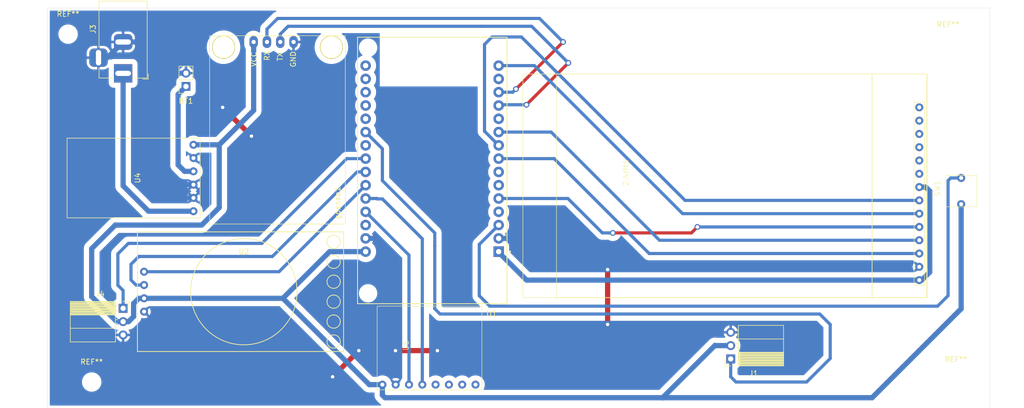
<source format=kicad_pcb>
(kicad_pcb (version 20240108) (generator "pcbnew") (generator_version "8.0")
  (layers (0 "F.Cu" signal) (31 "B.Cu" signal) (34 "B.Paste" user) (35 "F.Paste" user) (36 "B.SilkS" user "B.Silkscreen") (37 "F.SilkS" user "F.Silkscreen") (38 "B.Mask" user) (39 "F.Mask" user) (44 "Edge.Cuts" user))
  (net 0 "")
  (net 1 "/pantalla_cs")
  (net 5 "GND")
  (net 7 "/pantalla_dc")
  (net 10 "/pantalla_sck(sclk)")
  (net 11 "/pantalla reset")
  (net 12 "/pantalla mosi")
  (net 13 "+BATT")
  (net 14 "/gps-16")
  (net 15 "Net-(U1-RX0)")
  (net 16 "+5V")
  (net 17 "/hall2")
  (net 18 "VDC")
  (net 19 "/hall1")
  (net 20 "Net-(U1-D15)")
  (net 27 "/ds3231-scl")
  (net 30 "/mpu-sda")
  (net 31 "/mpu-scl")
  (net 33 "/ds3231-sda")
  (net 41 "+3V3")
  (footprint "MountingHole:MountingHole_3.2mm_M3_ISO7380" (layer "F.Cu") (at 97 125)
    (property "Reference" "REF**" (at 0 -3.85 0) (layer "F.SilkS"))
    (property "Value" "MountingHole_3.2mm_M3_ISO7380")
    (pad "" np_thru_hole circle (at 0 0) (size 3.2 3.2) (drill 3.2) (layers "*.Cu" "*.Mask"))
  )
  (footprint "giroscopio:boton" (layer "F.Cu") (at 262 88 90)
    (property "Reference" "SW1" (at 0 -3.5 90) (layer "F.SilkS") (effects (font (thickness 0.1))))
    (property "Value" "SW_Push")
    (fp_rect (start -3.5 -2) (end 2.5 4) (stroke (width 0.1)) (fill none) (layer "F.SilkS"))
    (pad "1" thru_hole circle (at 2 1 90) (size 1.524 1.524) (drill 0.762) (layers "*.Cu" "*.Mask") (net 20 "Net-(U1-D15)"))
    (pad "2" thru_hole circle (at -3 1 90) (size 1.524 1.524) (drill 0.762) (layers "*.Cu" "*.Mask") (net 16 "+5V"))
  )
  (footprint "MountingHole:MountingHole_3.2mm_M3_ISO7380" (layer "F.Cu") (at 262 124.5)
    (property "Reference" "REF**" (at 0 -3.85 0) (layer "F.SilkS"))
    (property "Value" "MountingHole_3.2mm_M3_ISO7380")
    (pad "" np_thru_hole circle (at 0 0) (size 3.2 3.2) (drill 3.2) (layers "*.Cu" "*.Mask"))
  )
  (footprint "laesp:MODULE_ESP32_DEVKIT_V1" (layer "F.Cu") (at 162 84.565 180)
    (property "Reference" "U1" (at -11.355 -27.36 360) (layer "F.SilkS"))
    (property "Value" "ESP32-DEVKIT-V1")
    (fp_line (start 14.23 25.475) (end -14.28 25.475) (stroke (width 0.127)) (layer "F.SilkS"))
    (fp_line (start 14.23 -25.475) (end 14.23 25.475) (stroke (width 0.127)) (layer "F.SilkS"))
    (fp_line (start 14.23 -25.475) (end 14.23 25.475) (stroke (width 0.127)) (layer "F.SilkS"))
    (fp_line (start 8.78 25.475) (end 14.23 25.475) (stroke (width 0.127)) (layer "F.SilkS"))
    (fp_line (start 3.5 -25.475) (end 14.23 -25.475) (stroke (width 0.127)) (layer "F.SilkS"))
    (fp_line (start -3.211 -25.475) (end 3.5 -25.475) (stroke (width 0.127)) (layer "F.SilkS"))
    (fp_line (start -8.91 25.475) (end 8.78 25.475) (stroke (width 0.127)) (layer "F.SilkS"))
    (fp_line (start -14.28 25.475) (end -8.91 25.475) (stroke (width 0.127)) (layer "F.SilkS"))
    (fp_line (start -14.28 25.475) (end -14.28 -25.475) (stroke (width 0.127)) (layer "F.SilkS"))
    (fp_line (start -14.28 25.475) (end -14.28 -25.475) (stroke (width 0.127)) (layer "F.SilkS"))
    (fp_line (start -14.28 -25.475) (end 14.23 -25.475) (stroke (width 0.127)) (layer "F.SilkS"))
    (fp_line (start -14.28 -25.475) (end -3.211 -25.475) (stroke (width 0.127)) (layer "F.SilkS"))
    (fp_circle (center -14.85 -15.515) (end -14.75 -15.515) (stroke (width 0.2)) (fill none) (layer "F.SilkS"))
    (pad "" np_thru_hole circle (at -12.28 -23.475 180) (size 3 3) (drill 3) (layers "*.Cu" "*.Mask"))
    (pad "" np_thru_hole circle (at -12.28 23.475 180) (size 3 3) (drill 3) (layers "*.Cu" "*.Mask"))
    (pad "" np_thru_hole circle (at 12.23 -23.475 180) (size 3 3) (drill 3) (layers "*.Cu" "*.Mask"))
    (pad "" np_thru_hole circle (at 12.23 23.475 180) (size 3 3) (drill 3) (layers "*.Cu" "*.Mask"))
    (pad "1" thru_hole rect (at -12.7 -15.515 180) (size 2 2) (drill 1.02) (layers "*.Cu" "*.Mask") (net 41 "+3V3"))
    (pad "2" thru_hole circle (at -12.7 -12.975 180) (size 2 2) (drill 1.02) (layers "*.Cu" "*.Mask") (net 5 "GND"))
    (pad "3" thru_hole circle (at -12.7 -10.435 180) (size 2 2) (drill 1.02) (layers "*.Cu" "*.Mask") (net 20 "Net-(U1-D15)"))
    (pad "4" thru_hole circle (at -12.7 -7.895 180) (size 2 2) (drill 1.02) (layers "*.Cu" "*.Mask"))
    (pad "5" thru_hole circle (at -12.7 -5.355 180) (size 2 2) (drill 1.02) (layers "*.Cu" "*.Mask") (net 7 "/pantalla_dc"))
    (pad "6" thru_hole circle (at -12.7 -2.815 180) (size 2 2) (drill 1.02) (layers "*.Cu" "*.Mask"))
    (pad "7" thru_hole circle (at -12.7 -0.275 180) (size 2 2) (drill 1.02) (layers "*.Cu" "*.Mask"))
    (pad "8" thru_hole circle (at -12.7 2.265 180) (size 2 2) (drill 1.02) (layers "*.Cu" "*.Mask") (net 1 "/pantalla_cs"))
    (pad "9" thru_hole circle (at -12.7 4.805 180) (size 2 2) (drill 1.02) (layers "*.Cu" "*.Mask") (net 10 "/pantalla_sck(sclk)"))
    (pad "10" thru_hole circle (at -12.7 7.345 180) (size 2 2) (drill 1.02) (layers "*.Cu" "*.Mask") (net 11 "/pantalla reset"))
    (pad "11" thru_hole circle (at -12.7 9.885 180) (size 2 2) (drill 1.02) (layers "*.Cu" "*.Mask"))
    (pad "12" thru_hole circle (at -12.7 12.425 180) (size 2 2) (drill 1.02) (layers "*.Cu" "*.Mask") (net 15 "Net-(U1-RX0)"))
    (pad "13" thru_hole circle (at -12.7 14.965 180) (size 2 2) (drill 1.02) (layers "*.Cu" "*.Mask") (net 14 "/gps-16"))
    (pad "14" thru_hole circle (at -12.7 17.505 180) (size 2 2) (drill 1.02) (layers "*.Cu" "*.Mask"))
    (pad "15" thru_hole circle (at -12.7 20.045 180) (size 2 2) (drill 1.02) (layers "*.Cu" "*.Mask") (net 12 "/pantalla mosi"))
    (pad "16" thru_hole circle (at 12.7 20.045 180) (size 2 2) (drill 1.02) (layers "*.Cu" "*.Mask"))
    (pad "17" thru_hole circle (at 12.7 17.505 180) (size 2 2) (drill 1.02) (layers "*.Cu" "*.Mask"))
    (pad "18" thru_hole circle (at 12.7 14.965 180) (size 2 2) (drill 1.02) (layers "*.Cu" "*.Mask"))
    (pad "19" thru_hole circle (at 12.7 12.425 180) (size 2 2) (drill 1.02) (layers "*.Cu" "*.Mask"))
    (pad "20" thru_hole circle (at 12.7 9.885 180) (size 2 2) (drill 1.02) (layers "*.Cu" "*.Mask"))
    (pad "21" thru_hole circle (at 12.7 7.345 180) (size 2 2) (drill 1.02) (layers "*.Cu" "*.Mask") (net 17 "/hall2"))
    (pad "22" thru_hole circle (at 12.7 4.805 180) (size 2 2) (drill 1.02) (layers "*.Cu" "*.Mask"))
    (pad "23" thru_hole circle (at 12.7 2.265 180) (size 2 2) (drill 1.02) (layers "*.Cu" "*.Mask") (net 19 "/hall1"))
    (pad "24" thru_hole circle (at 12.7 -0.275 180) (size 2 2) (drill 1.02) (layers "*.Cu" "*.Mask") (net 33 "/ds3231-sda"))
    (pad "25" thru_hole circle (at 12.7 -2.815 180) (size 2 2) (drill 1.02) (layers "*.Cu" "*.Mask") (net 27 "/ds3231-scl"))
    (pad "26" thru_hole circle (at 12.7 -5.355 180) (size 2 2) (drill 1.02) (layers "*.Cu" "*.Mask") (net 30 "/mpu-sda"))
    (pad "27" thru_hole circle (at 12.7 -7.895 180) (size 2 2) (drill 1.02) (layers "*.Cu" "*.Mask") (net 31 "/mpu-scl"))
    (pad "28" thru_hole circle (at 12.7 -10.435 180) (size 2 2) (drill 1.02) (layers "*.Cu" "*.Mask"))
    (pad "29" thru_hole circle (at 12.7 -12.975 180) (size 2 2) (drill 1.02) (layers "*.Cu" "*.Mask") (net 5 "GND"))
    (pad "30" thru_hole circle (at 12.7 -15.515 180) (size 2 2) (drill 1.02) (layers "*.Cu" "*.Mask") (net 16 "+5V"))
    (zone (net 0) (net_name "") (layer "B.Cu") (connect_pads (clearance 0)) (min_thickness 0.01)
      (keepout (tracks not_allowed) (vias not_allowed) (pads not_allowed) (copperpour not_allowed) (footprints allowed))
      (fill (thermal_gap 0.508) (thermal_bridge_width 0.508))
      (polygon (pts (xy 170.91 65.58) (xy 153.22 65.58) (xy 153.22 59.09) (xy 170.91 59.09)))
    )
  )
  (footprint "giroscopio:mpu6050" (layer "F.Cu") (at 156.5 122 90)
    (property "Reference" "U5" (at 4 0.5 90) (layer "F.SilkS") (effects (font (thickness 0.1))))
    (property "Value" "~")
    (fp_rect (start -4.5 -5) (end 11.5 15) (stroke (width 0.1)) (fill none) (layer "F.SilkS"))
    (pad "1" thru_hole circle (at -3.5 -4 90) (size 1.524 1.524) (drill 0.762) (layers "*.Cu" "*.Mask") (net 16 "+5V"))
    (pad "2" thru_hole circle (at -3.5 -1.46 90) (size 1.524 1.524) (drill 0.762) (layers "*.Cu" "*.Mask") (net 5 "GND"))
    (pad "3" thru_hole circle (at -3.5 1.08 90) (size 1.524 1.524) (drill 0.762) (layers "*.Cu" "*.Mask") (net 31 "/mpu-scl"))
    (pad "4" thru_hole circle (at -3.5 3.62 90) (size 1.524 1.524) (drill 0.762) (layers "*.Cu" "*.Mask") (net 30 "/mpu-sda"))
    (pad "5" thru_hole circle (at -3.5 6.16 90) (size 1.524 1.524) (drill 0.762) (layers "*.Cu" "*.Mask"))
    (pad "6" thru_hole circle (at -3.5 8.7 90) (size 1.524 1.524) (drill 0.762) (layers "*.Cu" "*.Mask"))
    (pad "7" thru_hole circle (at -3.5 11.24 90) (size 1.524 1.524) (drill 0.762) (layers "*.Cu" "*.Mask"))
    (pad "8" thru_hole circle (at -3.5 13.78 90) (size 1.524 1.524) (drill 0.762) (layers "*.Cu" "*.Mask"))
  )
  (footprint "MountingHole:MountingHole_3.2mm_M3_ISO7380" (layer "F.Cu") (at 260.5 60.5)
    (property "Reference" "REF**" (at 0 -3.85 0) (layer "F.SilkS"))
    (property "Value" "MountingHole_3.2mm_M3_ISO7380")
    (pad "" np_thru_hole circle (at 0 0) (size 3.2 3.2) (drill 3.2) (layers "*.Cu" "*.Mask"))
  )
  (footprint "pantalla-tft:pantalla sencilla" (layer "F.Cu") (at 211.5 85.5 90)
    (property "Reference" "2.4tft1" (at 0.5 -12.5 90) (layer "F.SilkS") (effects (font (thickness 0.1))))
    (property "Value" "~")
    (fp_line (start -23.36 45) (end -18 45) (stroke (width 0.1)) (layer "F.SilkS"))
    (fp_rect (start -23.36 -32.18) (end 19.36 45) (stroke (width 0.1)) (fill none) (layer "F.SilkS"))
    (fp_rect (start -23.36 -25.76) (end 19.36 34.5) (stroke (width 0.1)) (fill none) (layer "F.SilkS"))
    (fp_rect (start -23.36 34.5) (end 19.36 44.91) (stroke (width 0.1)) (fill none) (layer "F.SilkS"))
    (fp_rect (start -20.998 42.502) (end 14.002 44.502) (stroke (width 0.1)) (fill none) (layer "F.SilkS"))
    (pad "1" thru_hole circle (at -20.018 43.502 90) (size 1.524 1.524) (drill 0.762) (layers "*.Cu" "*.Mask") (net 41 "+3V3"))
    (pad "2" thru_hole circle (at -17.478 43.502 90) (size 1.524 1.524) (drill 0.762) (layers "*.Cu" "*.Mask") (net 5 "GND"))
    (pad "3" thru_hole circle (at -14.938 43.502 90) (size 1.524 1.524) (drill 0.762) (layers "*.Cu" "*.Mask") (net 1 "/pantalla_cs"))
    (pad "4" thru_hole circle (at -12.398 43.502 90) (size 1.524 1.524) (drill 0.762) (layers "*.Cu" "*.Mask") (net 11 "/pantalla reset"))
    (pad "5" thru_hole circle (at -9.858 43.502 90) (size 1.524 1.524) (drill 0.762) (layers "*.Cu" "*.Mask") (net 7 "/pantalla_dc"))
    (pad "6" thru_hole circle (at -7.318 43.502 90) (size 1.524 1.524) (drill 0.762) (layers "*.Cu" "*.Mask") (net 12 "/pantalla mosi"))
    (pad "7" thru_hole circle (at -4.778 43.502 90) (size 1.524 1.524) (drill 0.762) (layers "*.Cu" "*.Mask") (net 10 "/pantalla_sck(sclk)"))
    (pad "8" thru_hole circle (at -2.238 43.502 90) (size 1.524 1.524) (drill 0.762) (layers "*.Cu" "*.Mask") (net 41 "+3V3"))
    (pad "9" thru_hole circle (at 0.302 43.502 90) (size 1.524 1.524) (drill 0.762) (layers "*.Cu" "*.Mask"))
    (pad "10" thru_hole circle (at 2.842 43.502 90) (size 1.524 1.524) (drill 0.762) (layers "*.Cu" "*.Mask"))
    (pad "11" thru_hole circle (at 5.382 43.502 90) (size 1.524 1.524) (drill 0.762) (layers "*.Cu" "*.Mask"))
    (pad "12" thru_hole circle (at 7.922 43.502 90) (size 1.524 1.524) (drill 0.762) (layers "*.Cu" "*.Mask"))
    (pad "13" thru_hole circle (at 10.462 43.502 90) (size 1.524 1.524) (drill 0.762) (layers "*.Cu" "*.Mask"))
    (pad "14" thru_hole circle (at 13.002 43.502 90) (size 1.524 1.524) (drill 0.762) (layers "*.Cu" "*.Mask"))
  )
  (footprint "Connector_PinSocket_2.54mm:PinSocket_1x02_P2.54mm_Vertical" (layer "F.Cu") (at 115 68.5 180)
    (property "Reference" "BT1" (at 0 -2.77 360) (layer "F.SilkS"))
    (property "Value" "Battery")
    (fp_line (start 1.33 1.27) (end 1.33 3.87) (stroke (width 0.12)) (layer "F.SilkS"))
    (fp_line (start 1.33 -1.33) (end 1.33 0) (stroke (width 0.12)) (layer "F.SilkS"))
    (fp_line (start 0 -1.33) (end 1.33 -1.33) (stroke (width 0.12)) (layer "F.SilkS"))
    (fp_line (start -1.33 3.87) (end 1.33 3.87) (stroke (width 0.12)) (layer "F.SilkS"))
    (fp_line (start -1.33 1.27) (end 1.33 1.27) (stroke (width 0.12)) (layer "F.SilkS"))
    (fp_line (start -1.33 1.27) (end -1.33 3.87) (stroke (width 0.12)) (layer "F.SilkS"))
    (pad "1" thru_hole rect (at 0 0 180) (size 1.7 1.7) (drill 1) (layers "*.Cu" "*.Mask") (net 13 "+BATT"))
    (pad "2" thru_hole oval (at 0 2.54 180) (size 1.7 1.7) (drill 1) (layers "*.Cu" "*.Mask") (net 5 "GND"))
  )
  (footprint "Connector_BarrelJack:BarrelJack_Horizontal" (layer "F.Cu") (at 103 66 -90)
    (property "Reference" "J3" (at -8.45 5.75 90) (layer "F.SilkS"))
    (property "Value" "Barrel_Jack_Switch")
    (fp_line (start -13.8 4.6) (end -13.8 -4.6) (stroke (width 0.12)) (layer "F.SilkS"))
    (fp_line (start -5 4.6) (end -13.8 4.6) (stroke (width 0.12)) (layer "F.SilkS"))
    (fp_line (start 0.9 4.6) (end -1 4.6) (stroke (width 0.12)) (layer "F.SilkS"))
    (fp_line (start 0.9 1.9) (end 0.9 4.6) (stroke (width 0.12)) (layer "F.SilkS"))
    (fp_line (start 1.1 -3.75) (end 1.1 -4.8) (stroke (width 0.12)) (layer "F.SilkS"))
    (fp_line (start -13.8 -4.6) (end 0.9 -4.6) (stroke (width 0.12)) (layer "F.SilkS"))
    (fp_line (start 0.9 -4.6) (end 0.9 -2) (stroke (width 0.12)) (layer "F.SilkS"))
    (fp_line (start 0.05 -4.8) (end 1.1 -4.8) (stroke (width 0.12)) (layer "F.SilkS"))
    (pad "1" thru_hole rect (at 0 0 270) (size 3.5 3.5) (drill oval 1 3) (layers "*.Cu" "*.Mask") (net 18 "VDC"))
    (pad "2" thru_hole roundrect (at -6 0 270) (size 3 3.5) (drill oval 1 3) (layers "*.Cu" "*.Mask") (net 5 "GND"))
    (pad "3" thru_hole roundrect (at -3 4.7 270) (size 3.5 3.5) (drill oval 3 1) (layers "*.Cu" "*.Mask") (net 5 "GND"))
  )
  (footprint "no:RTC_DS3231" (layer "F.Cu") (at 145.1 119.16 180)
    (property "Reference" "U2" (at 19.05 19.05 360) (layer "F.SilkS"))
    (property "Value" "TC00500")
    (fp_line (start 39.37 0) (end 39.37 22.86) (stroke (width 0.15)) (layer "F.SilkS"))
    (fp_line (start 0 22.86) (end 39.37 22.86) (stroke (width 0.15)) (layer "F.SilkS"))
    (fp_line (start 0 0) (end 39.37 0) (stroke (width 0.15)) (layer "F.SilkS"))
    (fp_line (start 0 0) (end 0 22.86) (stroke (width 0.15)) (layer "F.SilkS"))
    (fp_circle (center 19.05 11.43) (end 19.05 21.59) (stroke (width 0.15)) (fill none) (layer "F.SilkS"))
    (fp_circle (center 1.905 20.955) (end 1.905 19.685) (stroke (width 0.15)) (fill none) (layer "F.SilkS"))
    (fp_circle (center 1.905 17.145) (end 1.905 15.875) (stroke (width 0.15)) (fill none) (layer "F.SilkS"))
    (fp_circle (center 1.905 13.335) (end 1.905 12.065) (stroke (width 0.15)) (fill none) (layer "F.SilkS"))
    (fp_circle (center 1.905 9.525) (end 1.905 8.255) (stroke (width 0.15)) (fill none) (layer "F.SilkS"))
    (fp_circle (center 1.905 5.715) (end 1.905 4.445) (stroke (width 0.15)) (fill none) (layer "F.SilkS"))
    (fp_circle (center 1.905 1.905) (end 1.905 0.635) (stroke (width 0.15)) (fill none) (layer "F.SilkS"))
    (pad "1" thru_hole circle (at 38.1 7.62 180) (size 1.524 1.524) (drill 0.762) (layers "*.Cu" "*.Mask") (net 5 "GND"))
    (pad "2" thru_hole circle (at 38.1 10.16 180) (size 1.524 1.524) (drill 0.762) (layers "*.Cu" "*.Mask") (net 16 "+5V"))
    (pad "3" thru_hole circle (at 38.1 12.7 180) (size 1.524 1.524) (drill 0.762) (layers "*.Cu" "*.Mask") (net 33 "/ds3231-sda"))
    (pad "4" thru_hole circle (at 38.1 15.24 180) (size 1.524 1.524) (drill 0.762) (layers "*.Cu" "*.Mask") (net 27 "/ds3231-scl"))
  )
  (footprint "Connector_PinSocket_2.54mm:PinSocket_1x03_P2.54mm_Horizontal" (layer "F.Cu") (at 219 120.58 180)
    (property "Reference" "J1" (at -4.38 -2.77 360) (layer "F.SilkS"))
    (property "Value" "Conn_01x03_Socket")
    (fp_line (start 1.11 -1.33) (end 1.11 0) (stroke (width 0.12)) (layer "F.SilkS"))
    (fp_line (start 0 -1.33) (end 1.11 -1.33) (stroke (width 0.12)) (layer "F.SilkS"))
    (fp_line (start -1.46 5.44) (end -1.05 5.44) (stroke (width 0.12)) (layer "F.SilkS"))
    (fp_line (start -1.46 4.72) (end -1.05 4.72) (stroke (width 0.12)) (layer "F.SilkS"))
    (fp_line (start -1.46 2.9) (end -1.05 2.9) (stroke (width 0.12)) (layer "F.SilkS"))
    (fp_line (start -1.46 2.18) (end -1.05 2.18) (stroke (width 0.12)) (layer "F.SilkS"))
    (fp_line (start -1.46 0.36) (end -1.11 0.36) (stroke (width 0.12)) (layer "F.SilkS"))
    (fp_line (start -1.46 -0.36) (end -1.11 -0.36) (stroke (width 0.12)) (layer "F.SilkS"))
    (fp_line (start -1.46 -1.33) (end -1.46 6.41) (stroke (width 0.12)) (layer "F.SilkS"))
    (fp_line (start -10.09 6.41) (end -1.46 6.41) (stroke (width 0.12)) (layer "F.SilkS"))
    (fp_line (start -10.09 3.81) (end -1.46 3.81) (stroke (width 0.12)) (layer "F.SilkS"))
    (fp_line (start -10.09 1.27) (end -1.46 1.27) (stroke (width 0.12)) (layer "F.SilkS"))
    (fp_line (start -10.09 1.1519) (end -1.46 1.1519) (stroke (width 0.12)) (layer "F.SilkS"))
    (fp_line (start -10.09 1.033805) (end -1.46 1.033805) (stroke (width 0.12)) (layer "F.SilkS"))
    (fp_line (start -10.09 0.91571) (end -1.46 0.91571) (stroke (width 0.12)) (layer "F.SilkS"))
    (fp_line (start -10.09 0.797615) (end -1.46 0.797615) (stroke (width 0.12)) (layer "F.SilkS"))
    (fp_line (start -10.09 0.67952) (end -1.46 0.67952) (stroke (width 0.12)) (layer "F.SilkS"))
    (fp_line (start -10.09 0.561425) (end -1.46 0.561425) (stroke (width 0.12)) (layer "F.SilkS"))
    (fp_line (start -10.09 0.44333) (end -1.46 0.44333) (stroke (width 0.12)) (layer "F.SilkS"))
    (fp_line (start -10.09 0.325235) (end -1.46 0.325235) (stroke (width 0.12)) (layer "F.SilkS"))
    (fp_line (start -10.09 0.20714) (end -1.46 0.20714) (stroke (width 0.12)) (layer "F.SilkS"))
    (fp_line (start -10.09 0.089045) (end -1.46 0.089045) (stroke (width 0.12)) (layer "F.SilkS"))
    (fp_line (start -10.09 -0.02905) (end -1.46 -0.02905) (stroke (width 0.12)) (layer "F.SilkS"))
    (fp_line (start -10.09 -0.147145) (end -1.46 -0.147145) (stroke (width 0.12)) (layer "F.SilkS"))
    (fp_line (start -10.09 -0.26524) (end -1.46 -0.26524) (stroke (width 0.12)) (layer "F.SilkS"))
    (fp_line (start -10.09 -0.383335) (end -1.46 -0.383335) (stroke (width 0.12)) (layer "F.SilkS"))
    (fp_line (start -10.09 -0.50143) (end -1.46 -0.50143) (stroke (width 0.12)) (layer "F.SilkS"))
    (fp_line (start -10.09 -0.619525) (end -1.46 -0.619525) (stroke (width 0.12)) (layer "F.SilkS"))
    (fp_line (start -10.09 -0.73762) (end -1.46 -0.73762) (stroke (width 0.12)) (layer "F.SilkS"))
    (fp_line (start -10.09 -0.855715) (end -1.46 -0.855715) (stroke (width 0.12)) (layer "F.SilkS"))
    (fp_line (start -10.09 -0.97381) (end -1.46 -0.97381) (stroke (width 0.12)) (layer "F.SilkS"))
    (fp_line (start -10.09 -1.091905) (end -1.46 -1.091905) (stroke (width 0.12)) (layer "F.SilkS"))
    (fp_line (start -10.09 -1.21) (end -1.46 -1.21) (stroke (width 0.12)) (layer "F.SilkS"))
    (fp_line (start -10.09 -1.33) (end -1.46 -1.33) (stroke (width 0.12)) (layer "F.SilkS"))
    (fp_line (start -10.09 -1.33) (end -10.09 6.41) (stroke (width 0.12)) (layer "F.SilkS"))
    (pad "1" thru_hole rect (at 0 0 180) (size 1.7 1.7) (drill 1) (layers "*.Cu" "*.Mask") (net 17 "/hall2"))
    (pad "2" thru_hole oval (at 0 2.54 180) (size 1.7 1.7) (drill 1) (layers "*.Cu" "*.Mask") (net 16 "+5V"))
    (pad "3" thru_hole oval (at 0 5.08 180) (size 1.7 1.7) (drill 1) (layers "*.Cu" "*.Mask") (net 5 "GND"))
  )
  (footprint "gps:GY-NEO6MV2" (layer "F.Cu") (at 144.97 58.8 90)
    (property "Reference" "gpsneo1" (at -32 -1 90) (layer "F.SilkS"))
    (property "Value" "~")
    (fp_rect (start -36 -25.45) (end 0 0.45) (stroke (width 0.1)) (fill none) (layer "F.SilkS"))
    (fp_text user "GND" (at -4.5 -9.5 90) (layer "F.SilkS"))
    (fp_text user "RX" (at -3.8 -14.49 90) (layer "F.SilkS"))
    (fp_text user "TX" (at -4 -12 90) (layer "F.SilkS"))
    (fp_text user "VCC" (at -4.5 -17 90) (layer "F.SilkS"))
    (pad "" np_thru_hole circle (at -2.2 -22.8 90) (size 4.4 4.4) (drill 4) (layers "*.Cu" "*.Mask" "F.SilkS"))
    (pad "" np_thru_hole circle (at -2.2 -2.2 90) (size 4.4 4.4) (drill 4) (layers "*.Cu" "*.Mask" "F.SilkS"))
    (pad "1" thru_hole oval (at -1.2 -17.05 90) (size 2.3 1.6) (drill 0.8) (layers "*.Cu" "*.Mask") (net 16 "+5V"))
    (pad "2" thru_hole oval (at -1.2 -14.51 90) (size 2.3 1.6) (drill 0.8) (layers "*.Cu" "*.Mask") (net 14 "/gps-16"))
    (pad "3" thru_hole oval (at -1.2 -11.97 90) (size 2.3 1.6) (drill 0.8) (layers "*.Cu" "*.Mask") (net 15 "Net-(U1-RX0)"))
    (pad "4" thru_hole oval (at -1.2 -9.43 90) (size 2.3 1.6) (drill 0.8) (layers "*.Cu" "*.Mask") (net 5 "GND"))
  )
  (footprint "Connector_PinSocket_2.54mm:PinSocket_1x03_P2.54mm_Horizontal" (layer "F.Cu") (at 103 110.92)
    (property "Reference" "J4" (at -4.38 -2.77 0) (layer "F.SilkS"))
    (property "Value" "Conn_01x03_Socket")
    (fp_line (start -10.09 -1.33) (end -10.09 6.41) (stroke (width 0.12)) (layer "F.SilkS"))
    (fp_line (start -10.09 -1.33) (end -1.46 -1.33) (stroke (width 0.12)) (layer "F.SilkS"))
    (fp_line (start -10.09 -1.21) (end -1.46 -1.21) (stroke (width 0.12)) (layer "F.SilkS"))
    (fp_line (start -10.09 -1.091905) (end -1.46 -1.091905) (stroke (width 0.12)) (layer "F.SilkS"))
    (fp_line (start -10.09 -0.97381) (end -1.46 -0.97381) (stroke (width 0.12)) (layer "F.SilkS"))
    (fp_line (start -10.09 -0.855715) (end -1.46 -0.855715) (stroke (width 0.12)) (layer "F.SilkS"))
    (fp_line (start -10.09 -0.73762) (end -1.46 -0.73762) (stroke (width 0.12)) (layer "F.SilkS"))
    (fp_line (start -10.09 -0.619525) (end -1.46 -0.619525) (stroke (width 0.12)) (layer "F.SilkS"))
    (fp_line (start -10.09 -0.50143) (end -1.46 -0.50143) (stroke (width 0.12)) (layer "F.SilkS"))
    (fp_line (start -10.09 -0.383335) (end -1.46 -0.383335) (stroke (width 0.12)) (layer "F.SilkS"))
    (fp_line (start -10.09 -0.26524) (end -1.46 -0.26524) (stroke (width 0.12)) (layer "F.SilkS"))
    (fp_line (start -10.09 -0.147145) (end -1.46 -0.147145) (stroke (width 0.12)) (layer "F.SilkS"))
    (fp_line (start -10.09 -0.02905) (end -1.46 -0.02905) (stroke (width 0.12)) (layer "F.SilkS"))
    (fp_line (start -10.09 0.089045) (end -1.46 0.089045) (stroke (width 0.12)) (layer "F.SilkS"))
    (fp_line (start -10.09 0.20714) (end -1.46 0.20714) (stroke (width 0.12)) (layer "F.SilkS"))
    (fp_line (start -10.09 0.325235) (end -1.46 0.325235) (stroke (width 0.12)) (layer "F.SilkS"))
    (fp_line (start -10.09 0.44333) (end -1.46 0.44333) (stroke (width 0.12)) (layer "F.SilkS"))
    (fp_line (start -10.09 0.561425) (end -1.46 0.561425) (stroke (width 0.12)) (layer "F.SilkS"))
    (fp_line (start -10.09 0.67952) (end -1.46 0.67952) (stroke (width 0.12)) (layer "F.SilkS"))
    (fp_line (start -10.09 0.797615) (end -1.46 0.797615) (stroke (width 0.12)) (layer "F.SilkS"))
    (fp_line (start -10.09 0.91571) (end -1.46 0.91571) (stroke (width 0.12)) (layer "F.SilkS"))
    (fp_line (start -10.09 1.033805) (end -1.46 1.033805) (stroke (width 0.12)) (layer "F.SilkS"))
    (fp_line (start -10.09 1.1519) (end -1.46 1.1519) (stroke (width 0.12)) (layer "F.SilkS"))
    (fp_line (start -10.09 1.27) (end -1.46 1.27) (stroke (width 0.12)) (layer "F.SilkS"))
    (fp_line (start -10.09 3.81) (end -1.46 3.81) (stroke (width 0.12)) (layer "F.SilkS"))
    (fp_line (start -10.09 6.41) (end -1.46 6.41) (stroke (width 0.12)) (layer "F.SilkS"))
    (fp_line (start -1.46 -1.33) (end -1.46 6.41) (stroke (width 0.12)) (layer "F.SilkS"))
    (fp_line (start -1.46 -0.36) (end -1.11 -0.36) (stroke (width 0.12)) (layer "F.SilkS"))
    (fp_line (start -1.46 0.36) (end -1.11 0.36) (stroke (width 0.12)) (layer "F.SilkS"))
    (fp_line (start -1.46 2.18) (end -1.05 2.18) (stroke (width 0.12)) (layer "F.SilkS"))
    (fp_line (start -1.46 2.9) (end -1.05 2.9) (stroke (width 0.12)) (layer "F.SilkS"))
    (fp_line (start -1.46 4.72) (end -1.05 4.72) (stroke (width 0.12)) (layer "F.SilkS"))
    (fp_line (start -1.46 5.44) (end -1.05 5.44) (stroke (width 0.12)) (layer "F.SilkS"))
    (fp_line (start 0 -1.33) (end 1.11 -1.33) (stroke (width 0.12)) (layer "F.SilkS"))
    (fp_line (start 1.11 -1.33) (end 1.11 0) (stroke (width 0.12)) (layer "F.SilkS"))
    (pad "1" thru_hole rect (at 0 0) (size 1.7 1.7) (drill 1) (layers "*.Cu" "*.Mask") (net 19 "/hall1"))
    (pad "2" thru_hole oval (at 0 2.54) (size 1.7 1.7) (drill 1) (layers "*.Cu" "*.Mask") (net 16 "+5V"))
    (pad "3" thru_hole oval (at 0 5.08) (size 1.7 1.7) (drill 1) (layers "*.Cu" "*.Mask") (net 5 "GND"))
  )
  (footprint "MountingHole:MountingHole_3.2mm_M3_ISO7380" (layer "F.Cu") (at 92.5 58.5)
    (property "Reference" "REF**" (at 0 -3.85 0) (layer "F.SilkS"))
    (property "Value" "MountingHole_3.2mm_M3_ISO7380")
    (pad "" np_thru_hole circle (at 0 0) (size 3.2 3.2) (drill 3.2) (layers "*.Cu" "*.Mask"))
  )
  (footprint "cd-42:mh-cd42" (layer "F.Cu") (at 105 86 90)
    (property "Reference" "U4" (at 0 0.77 90) (layer "F.SilkS"))
    (property "Value" "mh-cd42")
    (fp_rect (start -7.62 -12.7) (end 7.62 12.7) (stroke (width 0.12)) (fill none) (layer "F.SilkS"))
    (pad "1" thru_hole circle (at -6.35 11.43 90) (size 1.524 1.524) (drill 0.762) (layers "*.Cu" "*.Mask") (net 18 "VDC"))
    (pad "2" thru_hole circle (at -3.81 11.43 90) (size 1.524 1.524) (drill 0.762) (layers "*.Cu" "*.Mask") (net 5 "GND"))
    (pad "3" thru_hole circle (at -1.27 11.43 90) (size 1.524 1.524) (drill 0.762) (layers "*.Cu" "*.Mask") (net 5 "GND"))
    (pad "4" thru_hole circle (at 1.27 11.43 90) (size 1.524 1.524) (drill 0.762) (layers "*.Cu" "*.Mask") (net 13 "+BATT"))
    (pad "5" thru_hole circle (at 3.81 11.43 90) (size 1.524 1.524) (drill 0.762) (layers "*.Cu" "*.Mask") (net 5 "GND"))
    (pad "6" thru_hole circle (at 6.35 11.43 90) (size 1.524 1.524) (drill 0.762) (layers "*.Cu" "*.Mask") (net 16 "+5V"))
  )
  (gr_rect (start 88.5 53.5) (end 268.5 130) (stroke (width 0.05)) (fill none) (layer "Edge.Cuts"))
  (segment (start 203.438 100.438) (end 185.3 82.3) (width 0.6) (layer "B.Cu") (net 1))
  (segment (start 185.3 82.3) (end 174.7 82.3) (width 0.6) (layer "B.Cu") (net 1))
  (segment (start 255.002 100.438) (end 203.438 100.438) (width 0.6) (layer "B.Cu") (net 1))
  (segment (start 195.5 114) (end 195.5 103.5) (width 1) (layer "F.Cu") (net 5))
  (segment (start 155 119) (end 163 119) (width 1) (layer "F.Cu") (net 5))
  (segment (start 122 72.5) (end 127.5 78) (width 1) (layer "F.Cu") (net 5))
  (segment (start 143 124) (end 148 119) (width 1) (layer "F.Cu") (net 5))
  (via (at 163 119) (size 1.1) (drill 0.65) (layers "F.Cu" "B.Cu") (net 5))
  (via (at 155 119) (size 1.1) (drill 0.65) (layers "F.Cu" "B.Cu") (net 5))
  (via (at 195.5 114) (size 1.1) (drill 0.65) (layers "F.Cu" "B.Cu") (net 5))
  (via (at 148 119) (size 1.1) (drill 0.65) (layers "F.Cu" "B.Cu") (net 5))
  (via (at 143 124) (size 1.1) (drill 0.65) (layers "F.Cu" "B.Cu") (net 5))
  (via (at 195.5 103.5) (size 1.1) (drill 0.65) (layers "F.Cu" "B.Cu") (net 5))
  (via (at 127.5 78) (size 1.1) (drill 0.65) (layers "F.Cu" "B.Cu") (net 5))
  (via (at 122 72.5) (size 1.1) (drill 0.65) (layers "F.Cu" "B.Cu") (net 5))
  (segment (start 149.3 97.54) (end 151.04 97.54) (width 1) (layer "B.Cu") (net 5))
  (segment (start 106 60) (end 103 60) (width 1) (layer "B.Cu") (net 5))
  (segment (start 108 62) (end 106 60) (width 1) (layer "B.Cu") (net 5))
  (segment (start 111 68) (end 113.04 65.96) (width 1) (layer "B.Cu") (net 5))
  (segment (start 151.04 97.54) (end 152.5 99) (width 1) (layer "B.Cu") (net 5))
  (segment (start 180.04 97.54) (end 181 98.5) (width 1) (layer "B.Cu") (net 5))
  (segment (start 174.7 97.54) (end 180.04 97.54) (width 1) (layer "B.Cu") (net 5))
  (segment (start 116.43 87.27) (end 112.77 87.27) (width 1) (layer "B.Cu") (net 5))
  (segment (start 111 85.5) (end 111 68) (width 1) (layer "B.Cu") (net 5))
  (segment (start 112.77 87.27) (end 111 85.5) (width 1) (layer "B.Cu") (net 5))
  (segment (start 116.43 89.81) (end 110.31 89.81) (width 1) (layer "B.Cu") (net 5))
  (segment (start 98.3 63) (end 100 63) (width 1) (layer "B.Cu") (net 5))
  (segment (start 110.31 89.81) (end 108 87.5) (width 1) (layer "B.Cu") (net 5))
  (segment (start 100 63) (end 103 60) (width 1) (layer "B.Cu") (net 5))
  (segment (start 108 87.5) (end 108 62) (width 1) (layer "B.Cu") (net 5))
  (segment (start 113.04 65.96) (end 115 65.96) (width 1) (layer "B.Cu") (net 5))
  (segment (start 211.5 96.5) (end 196.5 96.5) (width 0.6) (layer "F.Cu") (net 7))
  (segment (start 212.642 95.358) (end 211.5 96.5) (width 0.6) (layer "F.Cu") (net 7))
  (via (at 212.642 95.358) (size 1.1) (drill 0.65) (layers "F.Cu" "B.Cu") (net 7))
  (via (at 196.5 96.5) (size 1.1) (drill 0.65) (layers "F.Cu" "B.Cu") (net 7))
  (segment (start 174.7 89.92) (end 187.92 89.92) (width 0.6) (layer "B.Cu") (net 7))
  (segment (start 212.642 95.358) (end 255.002 95.358) (width 0.6) (layer "B.Cu") (net 7))
  (segment (start 194.5 96.5) (end 196.5 96.5) (width 0.6) (layer "B.Cu") (net 7))
  (segment (start 187.92 89.92) (end 193 95) (width 0.6) (layer "B.Cu") (net 7))
  (segment (start 193 95) (end 194.5 96.5) (width 0.6) (layer "B.Cu") (net 7))
  (segment (start 172 77.06) (end 172 60.470862) (width 0.6) (layer "B.Cu") (net 10))
  (segment (start 172 60.470862) (end 173.430862 59.04) (width 0.6) (layer "B.Cu") (net 10))
  (segment (start 210.278 90.278) (end 255.002 90.278) (width 0.6) (layer "B.Cu") (net 10))
  (segment (start 174.7 79.76) (end 172 77.06) (width 0.6) (layer "B.Cu") (net 10))
  (segment (start 173.430862 59.04) (end 179.04 59.04) (width 0.6) (layer "B.Cu") (net 10))
  (segment (start 179.04 59.04) (end 210.278 90.278) (width 0.6) (layer "B.Cu") (net 10))
  (segment (start 184.72 77.22) (end 174.7 77.22) (width 0.6) (layer "B.Cu") (net 11))
  (segment (start 205.398 97.898) (end 184.72 77.22) (width 0.6) (layer "B.Cu") (net 11))
  (segment (start 255.002 97.898) (end 205.398 97.898) (width 0.6) (layer "B.Cu") (net 11))
  (segment (start 255.002 92.818) (end 209.818 92.818) (width 0.6) (layer "B.Cu") (net 12))
  (segment (start 209.818 92.818) (end 181.52 64.52) (width 0.6) (layer "B.Cu") (net 12))
  (segment (start 181.52 64.52) (end 174.7 64.52) (width 0.6) (layer "B.Cu") (net 12))
  (segment (start 113.5 83.5) (end 114.73 84.73) (width 1) (layer "B.Cu") (net 13))
  (segment (start 115 68.5) (end 113.5 70) (width 1) (layer "B.Cu") (net 13))
  (segment (start 114.73 84.73) (end 116.43 84.73) (width 1) (layer "B.Cu") (net 13))
  (segment (start 113.5 70) (end 113.5 83.5) (width 1) (layer "B.Cu") (net 13))
  (segment (start 187 60) (end 178 69) (width 0.6) (layer "F.Cu") (net 14))
  (via (at 178 69) (size 1.1) (drill 0.65) (layers "F.Cu" "B.Cu") (net 14))
  (via (at 187 60) (size 1.1) (drill 0.65) (layers "F.Cu" "B.Cu") (net 14))
  (segment (start 177.4 69.6) (end 178 69) (width 0.6) (layer "B.Cu") (net 14))
  (segment (start 182.5 55.5) (end 186 59) (width 0.6) (layer "B.Cu") (net 14))
  (segment (start 130.46 60) (end 130.46 57.54) (width 0.6) (layer "B.Cu") (net 14))
  (segment (start 186 59) (end 187 60) (width 0.6) (layer "B.Cu") (net 14))
  (segment (start 130.46 57.54) (end 132.5 55.5) (width 0.6) (layer "B.Cu") (net 14))
  (segment (start 132.5 55.5) (end 182.5 55.5) (width 0.6) (layer "B.Cu") (net 14))
  (segment (start 174.7 69.6) (end 177.4 69.6) (width 0.6) (layer "B.Cu") (net 14))
  (segment (start 188 64) (end 180 72) (width 0.6) (layer "F.Cu") (net 15))
  (via (at 188 64) (size 1.1) (drill 0.65) (layers "F.Cu" "B.Cu") (net 15))
  (via (at 180 72) (size 1.1) (drill 0.65) (layers "F.Cu" "B.Cu") (net 15))
  (segment (start 174.84 72) (end 174.7 72.14) (width 0.6) (layer "B.Cu") (net 15))
  (segment (start 180 72) (end 174.84 72) (width 0.6) (layer "B.Cu") (net 15))
  (segment (start 133 60) (end 133 58.5) (width 0.6) (layer "B.Cu") (net 15))
  (segment (start 134.5 57) (end 171.5 57) (width 0.6) (layer "B.Cu") (net 15))
  (segment (start 171.5 57) (end 181 57) (width 0.6) (layer "B.Cu") (net 15))
  (segment (start 133 58.5) (end 134.5 57) (width 0.6) (layer "B.Cu") (net 15))
  (segment (start 181 57) (end 188 64) (width 0.6) (layer "B.Cu") (net 15))
  (segment (start 152.5 125.5) (end 150 125.5) (width 1) (layer "B.Cu") (net 16))
  (segment (start 153 128) (end 206 128) (width 1) (layer "B.Cu") (net 16))
  (segment (start 97 108.662081) (end 101.797919 113.46) (width 1) (layer "B.Cu") (net 16))
  (segment (start 142.42 100.08) (end 149.3 100.08) (width 1) (layer "B.Cu") (net 16))
  (segment (start 127.92 73.08) (end 127.92 60) (width 1) (layer "B.Cu") (net 16))
  (segment (start 263 111) (end 246 128) (width 1) (layer "B.Cu") (net 16))
  (segment (start 107 109) (end 133.5 109) (width 1) (layer "B.Cu") (net 16))
  (segment (start 104.04 113.46) (end 103 113.46) (width 1) (layer "B.Cu") (net 16))
  (segment (start 121.35 79.65) (end 121.35 91.65) (width 1) (layer "B.Cu") (net 16))
  (segment (start 152.5 127.5) (end 153 128) (width 1) (layer "B.Cu") (net 16))
  (segment (start 121.35 79.65) (end 127.92 73.08) (width 1) (layer "B.Cu") (net 16))
  (segment (start 101.797919 113.46) (end 103 113.46) (width 1) (layer "B.Cu") (net 16))
  (segment (start 105 110) (end 105 112.5) (width 1) (layer "B.Cu") (net 16))
  (segment (start 206 128) (end 216 118) (width 1) (layer "B.Cu") (net 16))
  (segment (start 106 109) (end 105 110) (width 1) (layer "B.Cu") (net 16))
  (segment (start 263 91) (end 263 111) (width 1) (layer "B.Cu") (net 16))
  (segment (start 97 99.5) (end 97 108.662081) (width 1) (layer "B.Cu") (net 16))
  (segment (start 152.5 125.5) (end 152.5 127.5) (width 1) (layer "B.Cu") (net 16))
  (segment (start 116.43 79.65) (end 121.35 79.65) (width 1) (layer "B.Cu") (net 16))
  (segment (start 133.5 109) (end 142.42 100.08) (width 1) (layer "B.Cu") (net 16))
  (segment (start 216.04 118.04) (end 219 118.04) (width 1) (layer "B.Cu") (net 16))
  (segment (start 246 128) (end 206 128) (width 1) (layer "B.Cu") (net 16))
  (segment (start 150 125.5) (end 133.5 109) (width 1) (layer "B.Cu") (net 16))
  (segment (start 101.5 95) (end 97 99.5) (width 1) (layer "B.Cu") (net 16))
  (segment (start 118 95) (end 101.5 95) (width 1) (layer "B.Cu") (net 16))
  (segment (start 216 118) (end 216.04 118.04) (width 1) (layer "B.Cu") (net 16))
  (segment (start 105 112.5) (end 104.04 113.46) (width 1) (layer "B.Cu") (net 16))
  (segment (start 107 109) (end 106 109) (width 1) (layer "B.Cu") (net 16))
  (segment (start 121.35 91.65) (end 118 95) (width 1) (layer "B.Cu") (net 16))
  (segment (start 238 120.5) (end 238 114) (width 0.6) (layer "B.Cu") (net 17))
  (segment (start 162.5 96.5) (end 162.5 99) (width 0.6) (layer "B.Cu") (net 17))
  (segment (start 149.3 77.22) (end 152.5 80.42) (width 0.6) (layer "B.Cu") (net 17))
  (segment (start 219 124) (end 220 125) (width 0.6) (layer "B.Cu") (net 17))
  (segment (start 162.5 99) (end 162.5 111) (width 0.6) (layer "B.Cu") (net 17))
  (segment (start 152.5 80.42) (end 152.5 86.5) (width 0.6) (layer "B.Cu") (net 17))
  (segment (start 163.5 112) (end 162.5 111) (width 0.6) (layer "B.Cu") (net 17))
  (segment (start 233.5 125) (end 238 120.5) (width 0.6) (layer "B.Cu") (net 17))
  (segment (start 238 114) (end 236 112) (width 0.6) (layer "B.Cu") (net 17))
  (segment (start 219 120.58) (end 219 124) (width 0.6) (layer "B.Cu") (net 17))
  (segment (start 152.5 86.5) (end 162.5 96.5) (width 0.6) (layer "B.Cu") (net 17))
  (segment (start 220 125) (end 233.5 125) (width 0.6) (layer "B.Cu") (net 17))
  (segment (start 236 112) (end 163.5 112) (width 0.6) (layer "B.Cu") (net 17))
  (segment (start 116.43 92.35) (end 107.85 92.35) (width 1) (layer "B.Cu") (net 18))
  (segment (start 107.85 92.35) (end 103 87.5) (width 1) (layer "B.Cu") (net 18))
  (segment (start 103 87.5) (end 103 66) (width 1) (layer "B.Cu") (net 18))
  (segment (start 102 100.5) (end 104 98.5) (width 0.6) (layer "B.Cu") (net 19))
  (segment (start 129.5 98.5) (end 145.7 82.3) (width 0.6) (layer "B.Cu") (net 19))
  (segment (start 103 110.92) (end 103 107.5) (width 0.6) (layer "B.Cu") (net 19))
  (segment (start 145.7 82.3) (end 149.3 82.3) (width 0.6) (layer "B.Cu") (net 19))
  (segment (start 104 98.5) (end 129.5 98.5) (width 0.6) (layer "B.Cu") (net 19))
  (segment (start 103 107.5) (end 102 106.5) (width 0.6) (layer "B.Cu") (net 19))
  (segment (start 102 106.5) (end 102 100.5) (width 0.6) (layer "B.Cu") (net 19))
  (segment (start 171 108.5) (end 173 110.5) (width 0.6) (layer "B.Cu") (net 20))
  (segment (start 261 86) (end 260.5 86.5) (width 0.6) (layer "B.Cu") (net 20))
  (segment (start 171 98.7) (end 171 108.5) (width 0.6) (layer "B.Cu") (net 20))
  (segment (start 260.5 108.5) (end 258.5 110.5) (width 0.6) (layer "B.Cu") (net 20))
  (segment (start 260.5 86.5) (end 260.5 108.5) (width 0.6) (layer "B.Cu") (net 20))
  (segment (start 174.7 95) (end 171 98.7) (width 0.6) (layer "B.Cu") (net 20))
  (segment (start 263 86) (end 261 86) (width 0.6) (layer "B.Cu") (net 20))
  (segment (start 173 110.5) (end 258.5 110.5) (width 0.6) (layer "B.Cu") (net 20))
  (segment (start 107 103.92) (end 132.76 103.92) (width 0.6) (layer "B.Cu") (net 27))
  (segment (start 132.76 103.92) (end 149.3 87.38) (width 0.6) (layer "B.Cu") (net 27))
  (segment (start 151.5 90) (end 151.42 89.92) (width 0.6) (layer "B.Cu") (net 30))
  (segment (start 160.12 97.62) (end 152.5 90) (width 0.6) (layer "B.Cu") (net 30))
  (segment (start 160.12 125.5) (end 160.12 97.62) (width 0.6) (layer "B.Cu") (net 30))
  (segment (start 152.5 90) (end 151.5 90) (width 0.6) (layer "B.Cu") (net 30))
  (segment (start 151.42 89.92) (end 149.3 89.92) (width 0.6) (layer "B.Cu") (net 30))
  (segment (start 157.58 125.5) (end 157.58 100.74) (width 0.6) (layer "B.Cu") (net 31))
  (segment (start 157.58 100.74) (end 149.3 92.46) (width 0.6) (layer "B.Cu") (net 31))
  (segment (start 104.5 105.5) (end 104.5 102.5) (width 0.6) (layer "B.Cu") (net 33))
  (segment (start 105.46 106.46) (end 104.5 105.5) (width 0.6) (layer "B.Cu") (net 33))
  (segment (start 147.66 84.84) (end 149.3 84.84) (width 0.6) (layer "B.Cu") (net 33))
  (segment (start 131.5 101) (end 147.66 84.84) (width 0.6) (layer "B.Cu") (net 33))
  (segment (start 106 101) (end 131.5 101) (width 0.6) (layer "B.Cu") (net 33))
  (segment (start 104.5 102.5) (end 106 101) (width 0.6) (layer "B.Cu") (net 33))
  (segment (start 107 106.46) (end 105.46 106.46) (width 0.6) (layer "B.Cu") (net 33))
  (segment (start 174.7 100.08) (end 174.7 100.2) (width 1) (layer "B.Cu") (net 41))
  (segment (start 181.518 105.518) (end 255.002 105.518) (width 1) (layer "B.Cu") (net 41))
  (segment (start 180.018 105.518) (end 181.518 105.518) (width 1) (layer "B.Cu") (net 41))
  (segment (start 174.7 100.2) (end 180.018 105.518) (width 1) (layer "B.Cu") (net 41))
  (segment (start 256.238 87.738) (end 257 88.5) (width 1) (layer "B.Cu") (net 41))
  (segment (start 257 104) (end 255.482 105.518) (width 1) (layer "B.Cu") (net 41))
  (segment (start 257 88.5) (end 257 104) (width 1) (layer "B.Cu") (net 41))
  (segment (start 255.002 87.738) (end 256.238 87.738) (width 1) (layer "B.Cu") (net 41))
  (segment (start 255.482 105.518) (end 255.002 105.518) (width 1) (layer "B.Cu") (net 41))
  (zone (net 5) (net_name "GND") (layer "B.Cu") (priority 1) (connect_pads (clearance 1)) (min_thickness 0.25) (fill yes (thermal_gap 0.5) (thermal_bridge_width 0.5))
    (polygon (pts (xy 88.5 53.5) (xy 152 53.5) (xy 152 68.5) (xy 172 68.5) (xy 173 53.5) (xy 268.5 53.5) (xy 268.5 130) (xy 88.5 130)))
  )
)
</source>
